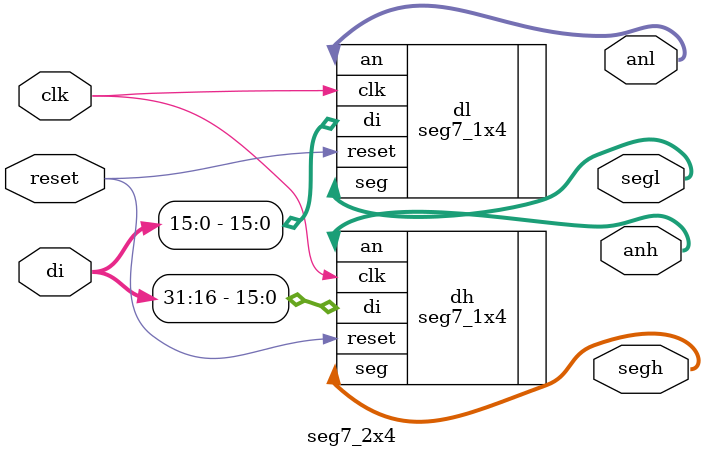
<source format=v>
module seg7_2x4
  (
   input wire	     clk,
   input wire	     reset,
   input wire [31:0] di,
   output wire [7:0] segl,
   output wire [3:0] anl,
   output wire [7:0] segh,
   output wire [3:0] anh
   );
   
   seg7_1x4 dl
     (
      .clk(clk),
      .reset(reset),
      .di(di[15:0]),
      .seg(segl),
      .an(anl)
      );
   
   seg7_1x4 dh
     (
      .clk(clk),
      .reset(reset),
      .di(di[31:16]),
      .seg(segh),
      .an(anh)
      );
   
endmodule // seg7_2x4

</source>
